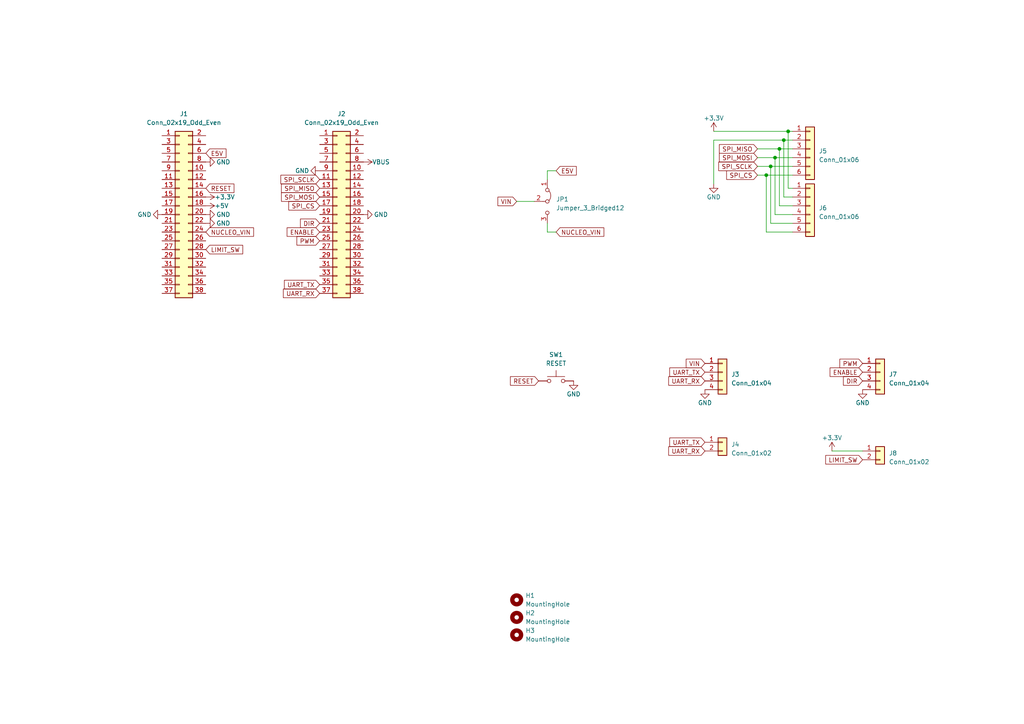
<source format=kicad_sch>
(kicad_sch (version 20230121) (generator eeschema)
  (paper "A4")
  (lib_symbols
    (symbol "Connector_Generic:Conn_01x02" (pin_names (offset 1.016) hide)
      (property "Reference" "J" (at 0 2.54 0))
      (property "Value" "Conn_01x02" (at 0 -5.08 0))
      (symbol "Conn_01x02_1_1"
        (rectangle (start -1.27 -2.413) (end 0 -2.667) (stroke (width 0.1524)))
        (rectangle (start -1.27 0.127) (end 0 -0.127) (stroke (width 0.1524)))
        (rectangle (start -1.27 1.27) (end 1.27 -3.81) (stroke (width 0.254)) (fill (type background)))
        (pin passive line (at -5.08 0 0) (length 3.81) (name "Pin_1") (number "1"))
        (pin passive line (at -5.08 -2.54 0) (length 3.81) (name "Pin_2") (number "2"))
      )
    )
    (symbol "Connector_Generic:Conn_01x04" (pin_names (offset 1.016) hide)
      (property "Reference" "J" (at 0 5.08 0))
      (property "Value" "Conn_01x04" (at 0 -7.62 0))
      (symbol "Conn_01x04_1_1"
        (rectangle (start -1.27 -4.953) (end 0 -5.207) (stroke (width 0.1524)))
        (rectangle (start -1.27 -2.413) (end 0 -2.667) (stroke (width 0.1524)))
        (rectangle (start -1.27 0.127) (end 0 -0.127) (stroke (width 0.1524)))
        (rectangle (start -1.27 2.667) (end 0 2.413) (stroke (width 0.1524)))
        (rectangle (start -1.27 3.81) (end 1.27 -6.35) (stroke (width 0.254)) (fill (type background)))
        (pin passive line (at -5.08 2.54 0) (length 3.81) (name "Pin_1") (number "1"))
        (pin passive line (at -5.08 0 0) (length 3.81) (name "Pin_2") (number "2"))
        (pin passive line (at -5.08 -2.54 0) (length 3.81) (name "Pin_3") (number "3"))
        (pin passive line (at -5.08 -5.08 0) (length 3.81) (name "Pin_4") (number "4"))
      )
    )
    (symbol "Connector_Generic:Conn_01x06" (pin_names (offset 1.016) hide)
      (property "Reference" "J" (at 0 7.62 0))
      (property "Value" "Conn_01x06" (at 0 -10.16 0))
      (symbol "Conn_01x06_1_1"
        (rectangle (start -1.27 -7.493) (end 0 -7.747) (stroke (width 0.1524)))
        (rectangle (start -1.27 -4.953) (end 0 -5.207) (stroke (width 0.1524)))
        (rectangle (start -1.27 -2.413) (end 0 -2.667) (stroke (width 0.1524)))
        (rectangle (start -1.27 0.127) (end 0 -0.127) (stroke (width 0.1524)))
        (rectangle (start -1.27 2.667) (end 0 2.413) (stroke (width 0.1524)))
        (rectangle (start -1.27 5.207) (end 0 4.953) (stroke (width 0.1524)))
        (rectangle (start -1.27 6.35) (end 1.27 -8.89) (stroke (width 0.254)) (fill (type background)))
        (pin passive line (at -5.08 5.08 0) (length 3.81) (name "Pin_1") (number "1"))
        (pin passive line (at -5.08 2.54 0) (length 3.81) (name "Pin_2") (number "2"))
        (pin passive line (at -5.08 0 0) (length 3.81) (name "Pin_3") (number "3"))
        (pin passive line (at -5.08 -2.54 0) (length 3.81) (name "Pin_4") (number "4"))
        (pin passive line (at -5.08 -5.08 0) (length 3.81) (name "Pin_5") (number "5"))
        (pin passive line (at -5.08 -7.62 0) (length 3.81) (name "Pin_6") (number "6"))
      )
    )
    (symbol "Connector_Generic:Conn_02x19_Odd_Even" (pin_names (offset 1.016) hide)
      (property "Reference" "J" (at 1.27 25.4 0))
      (property "Value" "Conn_02x19_Odd_Even" (at 1.27 -25.4 0))
      (symbol "Conn_02x19_Odd_Even_1_1"
        (rectangle (start -1.27 -22.733) (end 0 -22.987) (stroke (width 0.1524)))
        (rectangle (start -1.27 -20.193) (end 0 -20.447) (stroke (width 0.1524)))
        (rectangle (start -1.27 -17.653) (end 0 -17.907) (stroke (width 0.1524)))
        (rectangle (start -1.27 -15.113) (end 0 -15.367) (stroke (width 0.1524)))
        (rectangle (start -1.27 -12.573) (end 0 -12.827) (stroke (width 0.1524)))
        (rectangle (start -1.27 -10.033) (end 0 -10.287) (stroke (width 0.1524)))
        (rectangle (start -1.27 -7.493) (end 0 -7.747) (stroke (width 0.1524)))
        (rectangle (start -1.27 -4.953) (end 0 -5.207) (stroke (width 0.1524)))
        (rectangle (start -1.27 -2.413) (end 0 -2.667) (stroke (width 0.1524)))
        (rectangle (start -1.27 0.127) (end 0 -0.127) (stroke (width 0.1524)))
        (rectangle (start -1.27 2.667) (end 0 2.413) (stroke (width 0.1524)))
        (rectangle (start -1.27 5.207) (end 0 4.953) (stroke (width 0.1524)))
        (rectangle (start -1.27 7.747) (end 0 7.493) (stroke (width 0.1524)))
        (rectangle (start -1.27 10.287) (end 0 10.033) (stroke (width 0.1524)))
        (rectangle (start -1.27 12.827) (end 0 12.573) (stroke (width 0.1524)))
        (rectangle (start -1.27 15.367) (end 0 15.113) (stroke (width 0.1524)))
        (rectangle (start -1.27 17.907) (end 0 17.653) (stroke (width 0.1524)))
        (rectangle (start -1.27 20.447) (end 0 20.193) (stroke (width 0.1524)))
        (rectangle (start -1.27 22.987) (end 0 22.733) (stroke (width 0.1524)))
        (rectangle (start -1.27 24.13) (end 3.81 -24.13) (stroke (width 0.254)) (fill (type background)))
        (rectangle (start 3.81 -22.733) (end 2.54 -22.987) (stroke (width 0.1524)))
        (rectangle (start 3.81 -20.193) (end 2.54 -20.447) (stroke (width 0.1524)))
        (rectangle (start 3.81 -17.653) (end 2.54 -17.907) (stroke (width 0.1524)))
        (rectangle (start 3.81 -15.113) (end 2.54 -15.367) (stroke (width 0.1524)))
        (rectangle (start 3.81 -12.573) (end 2.54 -12.827) (stroke (width 0.1524)))
        (rectangle (start 3.81 -10.033) (end 2.54 -10.287) (stroke (width 0.1524)))
        (rectangle (start 3.81 -7.493) (end 2.54 -7.747) (stroke (width 0.1524)))
        (rectangle (start 3.81 -4.953) (end 2.54 -5.207) (stroke (width 0.1524)))
        (rectangle (start 3.81 -2.413) (end 2.54 -2.667) (stroke (width 0.1524)))
        (rectangle (start 3.81 0.127) (end 2.54 -0.127) (stroke (width 0.1524)))
        (rectangle (start 3.81 2.667) (end 2.54 2.413) (stroke (width 0.1524)))
        (rectangle (start 3.81 5.207) (end 2.54 4.953) (stroke (width 0.1524)))
        (rectangle (start 3.81 7.747) (end 2.54 7.493) (stroke (width 0.1524)))
        (rectangle (start 3.81 10.287) (end 2.54 10.033) (stroke (width 0.1524)))
        (rectangle (start 3.81 12.827) (end 2.54 12.573) (stroke (width 0.1524)))
        (rectangle (start 3.81 15.367) (end 2.54 15.113) (stroke (width 0.1524)))
        (rectangle (start 3.81 17.907) (end 2.54 17.653) (stroke (width 0.1524)))
        (rectangle (start 3.81 20.447) (end 2.54 20.193) (stroke (width 0.1524)))
        (rectangle (start 3.81 22.987) (end 2.54 22.733) (stroke (width 0.1524)))
        (pin passive line (at -5.08 22.86 0) (length 3.81) (name "Pin_1") (number "1"))
        (pin passive line (at 7.62 12.7 180) (length 3.81) (name "Pin_10") (number "10"))
        (pin passive line (at -5.08 10.16 0) (length 3.81) (name "Pin_11") (number "11"))
        (pin passive line (at 7.62 10.16 180) (length 3.81) (name "Pin_12") (number "12"))
        (pin passive line (at -5.08 7.62 0) (length 3.81) (name "Pin_13") (number "13"))
        (pin passive line (at 7.62 7.62 180) (length 3.81) (name "Pin_14") (number "14"))
        (pin passive line (at -5.08 5.08 0) (length 3.81) (name "Pin_15") (number "15"))
        (pin passive line (at 7.62 5.08 180) (length 3.81) (name "Pin_16") (number "16"))
        (pin passive line (at -5.08 2.54 0) (length 3.81) (name "Pin_17") (number "17"))
        (pin passive line (at 7.62 2.54 180) (length 3.81) (name "Pin_18") (number "18"))
        (pin passive line (at -5.08 0 0) (length 3.81) (name "Pin_19") (number "19"))
        (pin passive line (at 7.62 22.86 180) (length 3.81) (name "Pin_2") (number "2"))
        (pin passive line (at 7.62 0 180) (length 3.81) (name "Pin_20") (number "20"))
        (pin passive line (at -5.08 -2.54 0) (length 3.81) (name "Pin_21") (number "21"))
        (pin passive line (at 7.62 -2.54 180) (length 3.81) (name "Pin_22") (number "22"))
        (pin passive line (at -5.08 -5.08 0) (length 3.81) (name "Pin_23") (number "23"))
        (pin passive line (at 7.62 -5.08 180) (length 3.81) (name "Pin_24") (number "24"))
        (pin passive line (at -5.08 -7.62 0) (length 3.81) (name "Pin_25") (number "25"))
        (pin passive line (at 7.62 -7.62 180) (length 3.81) (name "Pin_26") (number "26"))
        (pin passive line (at -5.08 -10.16 0) (length 3.81) (name "Pin_27") (number "27"))
        (pin passive line (at 7.62 -10.16 180) (length 3.81) (name "Pin_28") (number "28"))
        (pin passive line (at -5.08 -12.7 0) (length 3.81) (name "Pin_29") (number "29"))
        (pin passive line (at -5.08 20.32 0) (length 3.81) (name "Pin_3") (number "3"))
        (pin passive line (at 7.62 -12.7 180) (length 3.81) (name "Pin_30") (number "30"))
        (pin passive line (at -5.08 -15.24 0) (length 3.81) (name "Pin_31") (number "31"))
        (pin passive line (at 7.62 -15.24 180) (length 3.81) (name "Pin_32") (number "32"))
        (pin passive line (at -5.08 -17.78 0) (length 3.81) (name "Pin_33") (number "33"))
        (pin passive line (at 7.62 -17.78 180) (length 3.81) (name "Pin_34") (number "34"))
        (pin passive line (at -5.08 -20.32 0) (length 3.81) (name "Pin_35") (number "35"))
        (pin passive line (at 7.62 -20.32 180) (length 3.81) (name "Pin_36") (number "36"))
        (pin passive line (at -5.08 -22.86 0) (length 3.81) (name "Pin_37") (number "37"))
        (pin passive line (at 7.62 -22.86 180) (length 3.81) (name "Pin_38") (number "38"))
        (pin passive line (at 7.62 20.32 180) (length 3.81) (name "Pin_4") (number "4"))
        (pin passive line (at -5.08 17.78 0) (length 3.81) (name "Pin_5") (number "5"))
        (pin passive line (at 7.62 17.78 180) (length 3.81) (name "Pin_6") (number "6"))
        (pin passive line (at -5.08 15.24 0) (length 3.81) (name "Pin_7") (number "7"))
        (pin passive line (at 7.62 15.24 180) (length 3.81) (name "Pin_8") (number "8"))
        (pin passive line (at -5.08 12.7 0) (length 3.81) (name "Pin_9") (number "9"))
      )
    )
    (symbol "Jumper:Jumper_3_Bridged12" (pin_names (offset 0) hide)
      (property "Reference" "JP" (at -2.54 -2.54 0))
      (property "Value" "Jumper_3_Bridged12" (at 0 2.794 0))
      (symbol "Jumper_3_Bridged12_0_0"
        (circle (center -3.302 0) (radius 0.508))
        (circle (center 0 0) (radius 0.508))
        (circle (center 3.302 0) (radius 0.508))
      )
      (symbol "Jumper_3_Bridged12_0_1"
        (arc (start -0.254 0.508) (mid -1.651 0.9912) (end -3.048 0.508))
        (polyline (pts (xy 0 -1.27) (xy 0 -0.508)))
      )
      (symbol "Jumper_3_Bridged12_1_1"
        (pin passive line (at -6.35 0 0) (length 2.54) (name "A") (number "1"))
        (pin passive line (at 0 -3.81 90) (length 2.54) (name "C") (number "2"))
        (pin passive line (at 6.35 0 180) (length 2.54) (name "B") (number "3"))
      )
    )
    (symbol "Mechanical:MountingHole" (pin_names (offset 1.016))
      (property "Reference" "H" (at 0 5.08 0))
      (property "Value" "MountingHole" (at 0 3.175 0))
      (symbol "MountingHole_0_1"
        (circle (center 0 0) (radius 1.27) (stroke (width 1.27)))
      )
    )
    (symbol "Switch:SW_Push" (pin_numbers hide) (pin_names (offset 1.016) hide)
      (property "Reference" "SW" (at 1.27 2.54 0))
      (property "Value" "SW_Push" (at 0 -1.524 0))
      (symbol "SW_Push_0_1"
        (circle (center -2.032 0) (radius 0.508))
        (polyline (pts (xy 0 1.27) (xy 0 3.048)))
        (polyline (pts (xy 2.54 1.27) (xy -2.54 1.27)))
        (circle (center 2.032 0) (radius 0.508))
        (pin passive line (at -5.08 0 0) (length 2.54) (name "1") (number "1"))
        (pin passive line (at 5.08 0 180) (length 2.54) (name "2") (number "2"))
      )
    )
    (symbol "power:+3.3V" (power) (pin_names (offset 0))
      (property "Value" "+3.3V" (at 0 3.556 0))
      (symbol "+3.3V_0_1"
        (polyline (pts (xy -0.762 1.27) (xy 0 2.54)))
        (polyline (pts (xy 0 0) (xy 0 2.54)))
        (polyline (pts (xy 0 2.54) (xy 0.762 1.27)))
      )
      (symbol "+3.3V_1_1"
        (pin power_in line (at 0 0 90) (length 0) hide (name "+3.3V") (number "1"))
      )
    )
    (symbol "power:+5V" (power) (pin_names (offset 0))
      (property "Value" "+5V" (at 0 3.556 0))
      (symbol "+5V_0_1"
        (polyline (pts (xy -0.762 1.27) (xy 0 2.54)))
        (polyline (pts (xy 0 0) (xy 0 2.54)))
        (polyline (pts (xy 0 2.54) (xy 0.762 1.27)))
      )
      (symbol "+5V_1_1"
        (pin power_in line (at 0 0 90) (length 0) hide (name "+5V") (number "1"))
      )
    )
    (symbol "power:GND" (power) (pin_names (offset 0))
      (property "Value" "GND" (at 0 -3.81 0))
      (symbol "GND_0_1"
        (polyline (pts (xy 0 0) (xy 0 -1.27) (xy 1.27 -1.27) (xy 0 -2.54) (xy -1.27 -1.27) (xy 0 -1.27)))
      )
      (symbol "GND_1_1"
        (pin power_in line (at 0 0 270) (length 0) hide (name "GND") (number "1"))
      )
    )
    (symbol "power:VBUS" (power) (pin_names (offset 0))
      (property "Value" "VBUS" (at 0 3.81 0))
      (symbol "VBUS_0_1"
        (polyline (pts (xy -0.762 1.27) (xy 0 2.54)))
        (polyline (pts (xy 0 0) (xy 0 2.54)))
        (polyline (pts (xy 0 2.54) (xy 0.762 1.27)))
      )
      (symbol "VBUS_1_1"
        (pin power_in line (at 0 0 90) (length 0) hide (name "VBUS") (number "1"))
      )
    )
  )
  (junction (at 227.33 40.64))
  (junction (at 223.52 48.26))
  (junction (at 222.25 50.8))
  (junction (at 226.06 43.18))
  (junction (at 224.79 45.72))
  (junction (at 228.6 38.1))
  (wire (pts (xy 223.52 48.26) (xy 219.71 48.26)))
  (wire (pts (xy 222.25 50.8) (xy 219.71 50.8)))
  (wire (pts (xy 224.79 45.72) (xy 219.71 45.72)))
  (wire (pts (xy 227.33 40.64) (xy 229.87 40.64)))
  (wire (pts (xy 228.6 38.1) (xy 228.6 54.61)))
  (wire (pts (xy 149.86 58.42) (xy 154.94 58.42)))
  (wire (pts (xy 161.29 49.53) (xy 158.75 49.53)))
  (wire (pts (xy 224.79 45.72) (xy 224.79 62.23)))
  (wire (pts (xy 227.33 57.15) (xy 227.33 40.64)))
  (wire (pts (xy 229.87 43.18) (xy 226.06 43.18)))
  (wire (pts (xy 207.01 40.64) (xy 227.33 40.64)))
  (wire (pts (xy 229.87 64.77) (xy 223.52 64.77)))
  (wire (pts (xy 228.6 38.1) (xy 229.87 38.1)))
  (wire (pts (xy 229.87 57.15) (xy 227.33 57.15)))
  (wire (pts (xy 207.01 38.1) (xy 228.6 38.1)))
  (wire (pts (xy 158.75 49.53) (xy 158.75 52.07)))
  (wire (pts (xy 226.06 43.18) (xy 226.06 59.69)))
  (wire (pts (xy 222.25 50.8) (xy 222.25 67.31)))
  (wire (pts (xy 229.87 67.31) (xy 222.25 67.31)))
  (wire (pts (xy 241.3 130.81) (xy 250.19 130.81)))
  (wire (pts (xy 229.87 59.69) (xy 226.06 59.69)))
  (wire (pts (xy 223.52 48.26) (xy 223.52 64.77)))
  (wire (pts (xy 229.87 54.61) (xy 228.6 54.61)))
  (wire (pts (xy 161.29 67.31) (xy 158.75 67.31)))
  (wire (pts (xy 229.87 48.26) (xy 223.52 48.26)))
  (wire (pts (xy 229.87 45.72) (xy 224.79 45.72)))
  (wire (pts (xy 229.87 50.8) (xy 222.25 50.8)))
  (wire (pts (xy 226.06 43.18) (xy 219.71 43.18)))
  (wire (pts (xy 229.87 62.23) (xy 224.79 62.23)))
  (wire (pts (xy 158.75 67.31) (xy 158.75 64.77)))
  (wire (pts (xy 207.01 53.34) (xy 207.01 40.64)))
  (global_label "NUCLEO_VIN" (shape input) (at 59.69 67.31 0) (property "Intersheetrefs" "${INTERSHEET_REFS}" (effects hide)))
  (global_label "PWM" (shape input) (at 250.19 105.41 180) (property "Intersheetrefs" "${INTERSHEET_REFS}" (effects hide)))
  (global_label "LIMIT_SW" (shape input) (at 250.19 133.35 180) (property "Intersheetrefs" "${INTERSHEET_REFS}" (effects hide)))
  (global_label "UART_RX" (shape input) (at 92.71 85.09 180) (property "Intersheetrefs" "${INTERSHEET_REFS}" (effects hide)))
  (global_label "UART_RX" (shape input) (at 204.47 110.49 180) (property "Intersheetrefs" "${INTERSHEET_REFS}" (effects hide)))
  (global_label "E5V" (shape input) (at 59.69 44.45 0) (property "Intersheetrefs" "${INTERSHEET_REFS}" (effects hide)))
  (global_label "ENABLE" (shape input) (at 92.71 67.31 180) (property "Intersheetrefs" "${INTERSHEET_REFS}" (effects hide)))
  (global_label "UART_TX" (shape input) (at 204.47 107.95 180) (property "Intersheetrefs" "${INTERSHEET_REFS}" (effects hide)))
  (global_label "SPI_SCLK" (shape input) (at 219.71 48.26 180) (property "Intersheetrefs" "${INTERSHEET_REFS}" (effects hide)))
  (global_label "LIMIT_SW" (shape input) (at 59.69 72.39 0) (property "Intersheetrefs" "${INTERSHEET_REFS}" (effects hide)))
  (global_label "SPI_MISO" (shape input) (at 219.71 43.18 180) (property "Intersheetrefs" "${INTERSHEET_REFS}" (effects hide)))
  (global_label "DIR" (shape input) (at 92.71 64.77 180) (property "Intersheetrefs" "${INTERSHEET_REFS}" (effects hide)))
  (global_label "PWM" (shape input) (at 92.71 69.85 180) (property "Intersheetrefs" "${INTERSHEET_REFS}" (effects hide)))
  (global_label "ENABLE" (shape input) (at 250.19 107.95 180) (property "Intersheetrefs" "${INTERSHEET_REFS}" (effects hide)))
  (global_label "SPI_MISO" (shape input) (at 92.71 54.61 180) (property "Intersheetrefs" "${INTERSHEET_REFS}" (effects hide)))
  (global_label "RESET" (shape input) (at 59.69 54.61 0) (property "Intersheetrefs" "${INTERSHEET_REFS}" (effects hide)))
  (global_label "UART_RX" (shape input) (at 204.47 130.81 180) (property "Intersheetrefs" "${INTERSHEET_REFS}" (effects hide)))
  (global_label "VIN" (shape input) (at 149.86 58.42 180) (property "Intersheetrefs" "${INTERSHEET_REFS}" (effects hide)))
  (global_label "SPI_MOSI" (shape input) (at 219.71 45.72 180) (property "Intersheetrefs" "${INTERSHEET_REFS}" (effects hide)))
  (global_label "SPI_CS" (shape input) (at 92.71 59.69 180) (property "Intersheetrefs" "${INTERSHEET_REFS}" (effects hide)))
  (global_label "E5V" (shape input) (at 161.29 49.53 0) (property "Intersheetrefs" "${INTERSHEET_REFS}" (effects hide)))
  (global_label "NUCLEO_VIN" (shape input) (at 161.29 67.31 0) (property "Intersheetrefs" "${INTERSHEET_REFS}" (effects hide)))
  (global_label "SPI_MOSI" (shape input) (at 92.71 57.15 180) (property "Intersheetrefs" "${INTERSHEET_REFS}" (effects hide)))
  (global_label "SPI_SCLK" (shape input) (at 92.71 52.07 180) (property "Intersheetrefs" "${INTERSHEET_REFS}" (effects hide)))
  (global_label "VIN" (shape input) (at 204.47 105.41 180) (property "Intersheetrefs" "${INTERSHEET_REFS}" (effects hide)))
  (global_label "SPI_CS" (shape input) (at 219.71 50.8 180) (property "Intersheetrefs" "${INTERSHEET_REFS}" (effects hide)))
  (global_label "RESET" (shape input) (at 156.21 110.49 180) (property "Intersheetrefs" "${INTERSHEET_REFS}" (effects hide)))
  (global_label "DIR" (shape input) (at 250.19 110.49 180) (property "Intersheetrefs" "${INTERSHEET_REFS}" (effects hide)))
  (global_label "UART_TX" (shape input) (at 92.71 82.55 180) (property "Intersheetrefs" "${INTERSHEET_REFS}" (effects hide)))
  (global_label "UART_TX" (shape input) (at 204.47 128.27 180) (property "Intersheetrefs" "${INTERSHEET_REFS}" (effects hide)))
  (symbol (lib_id "power:GND") (at 59.69 64.77 90) (unit 1)
    (property "Reference" "#PWR06" (effects hide))
    (property "Value" "GND" (at 64.77 64.77 90))
  )
  (symbol (lib_id "power:GND") (at 59.69 46.99 90) (unit 1)
    (property "Reference" "#PWR02" (effects hide))
    (property "Value" "GND" (at 64.77 46.99 90))
  )
  (symbol (lib_id "Connector_Generic:Conn_02x19_Odd_Even") (at 52.07 62.23 0) (unit 1)
    (property "Reference" "J1" (at 53.34 33.02 0))
    (property "Value" "Conn_02x19_Odd_Even" (at 53.34 35.56 0))
    (property "Footprint" "Connector_PinSocket_2.54mm:PinSocket_2x19_P2.54mm_Vertical" (effects hide))
  )
  (symbol (lib_id "Connector_Generic:Conn_01x04") (at 209.55 107.95 0) (unit 1)
    (property "Reference" "J3" (at 212.09 108.585 0) (effects (justify left)))
    (property "Value" "Conn_01x04" (at 212.09 111.125 0) (effects (justify left)))
    (property "Footprint" "Connector_JST:JST_XH_S4B-XH-A_1x04_P2.50mm_Horizontal" (effects hide))
  )
  (symbol (lib_id "Switch:SW_Push") (at 161.29 110.49 0) (unit 1)
    (property "Reference" "SW1" (at 161.29 102.87 0))
    (property "Value" "RESET" (at 161.29 105.41 0))
    (property "Footprint" "Button_Switch_SMD:SW_SPST_CK_RS282G05A3" (effects hide))
  )
  (symbol (lib_id "power:GND") (at 59.69 62.23 90) (unit 1)
    (property "Reference" "#PWR05" (effects hide))
    (property "Value" "GND" (at 64.77 62.23 90))
  )
  (symbol (lib_id "Mechanical:MountingHole") (at 149.86 184.15 0) (unit 1)
    (property "Reference" "H3" (at 152.4 182.88 0) (effects (justify left)))
    (property "Value" "MountingHole" (at 152.4 185.42 0) (effects (justify left)))
    (property "Footprint" "MountingHole:MountingHole_3.5mm" (effects hide))
  )
  (symbol (lib_id "Connector_Generic:Conn_01x02") (at 255.27 130.81 0) (unit 1)
    (property "Reference" "J8" (at 257.81 131.445 0) (effects (justify left)))
    (property "Value" "Conn_01x02" (at 257.81 133.985 0) (effects (justify left)))
    (property "Footprint" "Connector_PinHeader_2.54mm:PinHeader_1x02_P2.54mm_Vertical" (effects hide))
  )
  (symbol (lib_id "power:GND") (at 105.41 62.23 90) (unit 1)
    (property "Reference" "#PWR09" (effects hide))
    (property "Value" "GND" (at 110.49 62.23 90))
  )
  (symbol (lib_id "Jumper:Jumper_3_Bridged12") (at 158.75 58.42 270) (unit 1)
    (property "Reference" "JP1" (at 161.29 57.785 90) (effects (justify left)))
    (property "Value" "Jumper_3_Bridged12" (at 161.29 60.325 90) (effects (justify left)))
    (property "Footprint" "Connector_PinHeader_2.54mm:PinHeader_1x03_P2.54mm_Vertical" (effects hide))
  )
  (symbol (lib_id "Connector_Generic:Conn_01x04") (at 255.27 107.95 0) (unit 1)
    (property "Reference" "J7" (at 257.81 108.585 0) (effects (justify left)))
    (property "Value" "Conn_01x04" (at 257.81 111.125 0) (effects (justify left)))
    (property "Footprint" "Connector_JST:JST_XH_S4B-XH-A_1x04_P2.50mm_Horizontal" (effects hide))
  )
  (symbol (lib_id "Mechanical:MountingHole") (at 149.86 173.99 0) (unit 1)
    (property "Reference" "H1" (at 152.4 172.72 0) (effects (justify left)))
    (property "Value" "MountingHole" (at 152.4 175.26 0) (effects (justify left)))
    (property "Footprint" "MountingHole:MountingHole_3.5mm" (effects hide))
  )
  (symbol (lib_id "Connector_Generic:Conn_01x06") (at 234.95 59.69 0) (unit 1)
    (property "Reference" "J6" (at 237.49 60.325 0) (effects (justify left)))
    (property "Value" "Conn_01x06" (at 237.49 62.865 0) (effects (justify left)))
    (property "Footprint" "Connector_JST:JST_XH_S6B-XH-A_1x06_P2.50mm_Horizontal" (effects hide))
  )
  (symbol (lib_id "power:+3.3V") (at 59.69 57.15 270) (unit 1)
    (property "Reference" "#PWR03" (effects hide))
    (property "Value" "+3.3V" (at 62.23 57.15 90) (effects (justify left)))
  )
  (symbol (lib_id "power:GND") (at 166.37 110.49 0) (unit 1)
    (property "Reference" "#PWR010" (effects hide))
    (property "Value" "GND" (at 166.37 114.3 0))
  )
  (symbol (lib_id "power:GND") (at 92.71 49.53 270) (unit 1)
    (property "Reference" "#PWR07" (effects hide))
    (property "Value" "GND" (at 87.63 49.53 90))
  )
  (symbol (lib_id "Connector_Generic:Conn_01x06") (at 234.95 43.18 0) (unit 1)
    (property "Reference" "J5" (at 237.49 43.815 0) (effects (justify left)))
    (property "Value" "Conn_01x06" (at 237.49 46.355 0) (effects (justify left)))
    (property "Footprint" "Connector_PinHeader_2.54mm:PinHeader_1x06_P2.54mm_Vertical" (effects hide))
  )
  (symbol (lib_id "power:VBUS") (at 105.41 46.99 270) (unit 1)
    (property "Reference" "#PWR08" (effects hide))
    (property "Value" "VBUS" (at 107.95 46.99 90) (effects (justify left)))
  )
  (symbol (lib_id "Mechanical:MountingHole") (at 149.86 179.07 0) (unit 1)
    (property "Reference" "H2" (at 152.4 177.8 0) (effects (justify left)))
    (property "Value" "MountingHole" (at 152.4 180.34 0) (effects (justify left)))
    (property "Footprint" "MountingHole:MountingHole_3.5mm" (effects hide))
  )
  (symbol (lib_id "Connector_Generic:Conn_01x02") (at 209.55 128.27 0) (unit 1)
    (property "Reference" "J4" (at 212.09 128.905 0) (effects (justify left)))
    (property "Value" "Conn_01x02" (at 212.09 131.445 0) (effects (justify left)))
    (property "Footprint" "Connector_PinHeader_2.54mm:PinHeader_1x02_P2.54mm_Vertical" (effects hide))
  )
  (symbol (lib_id "power:GND") (at 46.99 62.23 270) (unit 1)
    (property "Reference" "#PWR01" (effects hide))
    (property "Value" "GND" (at 41.91 62.23 90))
  )
  (symbol (lib_id "power:GND") (at 207.01 53.34 0) (unit 1)
    (property "Reference" "#PWR013" (effects hide))
    (property "Value" "GND" (at 207.01 57.15 0))
  )
  (symbol (lib_id "power:+3.3V") (at 207.01 38.1 0) (unit 1)
    (property "Reference" "#PWR012" (effects hide))
    (property "Value" "+3.3V" (at 207.01 34.29 0))
  )
  (symbol (lib_id "power:+5V") (at 59.69 59.69 270) (unit 1)
    (property "Reference" "#PWR04" (effects hide))
    (property "Value" "+5V" (at 62.23 59.69 90) (effects (justify left)))
  )
  (symbol (lib_id "power:GND") (at 250.19 113.03 0) (unit 1)
    (property "Reference" "#PWR015" (effects hide))
    (property "Value" "GND" (at 250.19 116.84 0))
  )
  (symbol (lib_id "power:GND") (at 204.47 113.03 0) (unit 1)
    (property "Reference" "#PWR011" (effects hide))
    (property "Value" "GND" (at 204.47 116.84 0))
  )
  (symbol (lib_id "Connector_Generic:Conn_02x19_Odd_Even") (at 97.79 62.23 0) (unit 1)
    (property "Reference" "J2" (at 99.06 33.02 0))
    (property "Value" "Conn_02x19_Odd_Even" (at 99.06 35.56 0))
    (property "Footprint" "Connector_PinSocket_2.54mm:PinSocket_2x19_P2.54mm_Vertical" (effects hide))
  )
  (symbol (lib_id "power:+3.3V") (at 241.3 130.81 0) (unit 1)
    (property "Reference" "#PWR014" (effects hide))
    (property "Value" "+3.3V" (at 241.3 127 0))
  )
)
</source>
